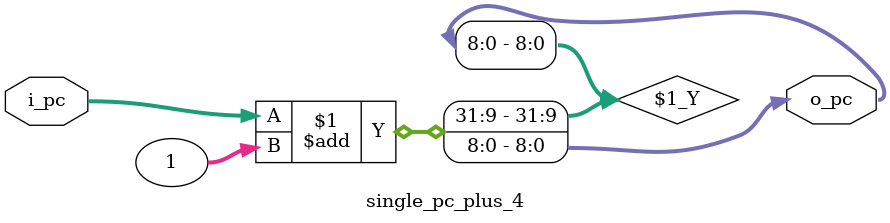
<source format=v>
`timescale 1ns / 1ps
module single_pc_plus_4(i_pc, o_pc);
parameter N=9;
input  wire[N-1:0] i_pc;
output wire[N-1:0] o_pc;
assign o_pc = i_pc + 1; //lkj:+1ÓÐÊ±ºòÊÇ+4£¬¸ù¾ÝËùÓÃ				   //ÄÚ´æ¶ø¶¨
endmodule


</source>
